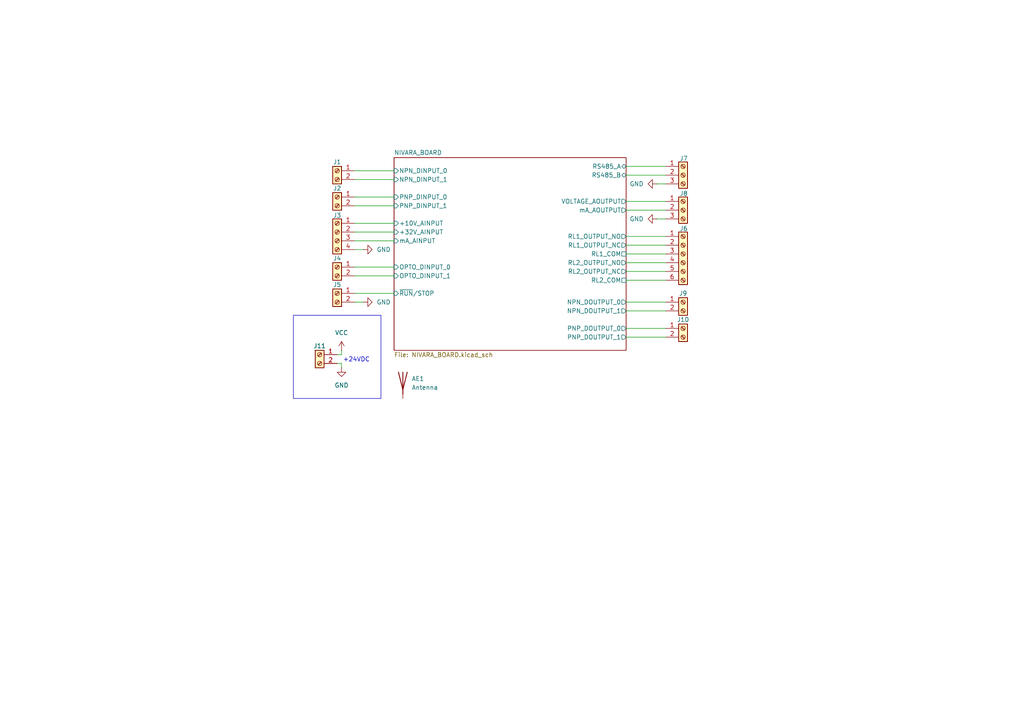
<source format=kicad_sch>
(kicad_sch
	(version 20250114)
	(generator "eeschema")
	(generator_version "9.0")
	(uuid "8290cc18-06d0-4e02-a781-29a61ebc321a")
	(paper "A4")
	(lib_symbols
		(symbol "Connector:Screw_Terminal_01x02"
			(pin_names
				(offset 1.016)
				(hide yes)
			)
			(exclude_from_sim no)
			(in_bom yes)
			(on_board yes)
			(property "Reference" "J"
				(at 0 2.54 0)
				(effects
					(font
						(size 1.27 1.27)
					)
				)
			)
			(property "Value" "Screw_Terminal_01x02"
				(at 0 -5.08 0)
				(effects
					(font
						(size 1.27 1.27)
					)
				)
			)
			(property "Footprint" ""
				(at 0 0 0)
				(effects
					(font
						(size 1.27 1.27)
					)
					(hide yes)
				)
			)
			(property "Datasheet" "~"
				(at 0 0 0)
				(effects
					(font
						(size 1.27 1.27)
					)
					(hide yes)
				)
			)
			(property "Description" "Generic screw terminal, single row, 01x02, script generated (kicad-library-utils/schlib/autogen/connector/)"
				(at 0 0 0)
				(effects
					(font
						(size 1.27 1.27)
					)
					(hide yes)
				)
			)
			(property "ki_keywords" "screw terminal"
				(at 0 0 0)
				(effects
					(font
						(size 1.27 1.27)
					)
					(hide yes)
				)
			)
			(property "ki_fp_filters" "TerminalBlock*:*"
				(at 0 0 0)
				(effects
					(font
						(size 1.27 1.27)
					)
					(hide yes)
				)
			)
			(symbol "Screw_Terminal_01x02_1_1"
				(rectangle
					(start -1.27 1.27)
					(end 1.27 -3.81)
					(stroke
						(width 0.254)
						(type default)
					)
					(fill
						(type background)
					)
				)
				(polyline
					(pts
						(xy -0.5334 0.3302) (xy 0.3302 -0.508)
					)
					(stroke
						(width 0.1524)
						(type default)
					)
					(fill
						(type none)
					)
				)
				(polyline
					(pts
						(xy -0.5334 -2.2098) (xy 0.3302 -3.048)
					)
					(stroke
						(width 0.1524)
						(type default)
					)
					(fill
						(type none)
					)
				)
				(polyline
					(pts
						(xy -0.3556 0.508) (xy 0.508 -0.3302)
					)
					(stroke
						(width 0.1524)
						(type default)
					)
					(fill
						(type none)
					)
				)
				(polyline
					(pts
						(xy -0.3556 -2.032) (xy 0.508 -2.8702)
					)
					(stroke
						(width 0.1524)
						(type default)
					)
					(fill
						(type none)
					)
				)
				(circle
					(center 0 0)
					(radius 0.635)
					(stroke
						(width 0.1524)
						(type default)
					)
					(fill
						(type none)
					)
				)
				(circle
					(center 0 -2.54)
					(radius 0.635)
					(stroke
						(width 0.1524)
						(type default)
					)
					(fill
						(type none)
					)
				)
				(pin passive line
					(at -5.08 0 0)
					(length 3.81)
					(name "Pin_1"
						(effects
							(font
								(size 1.27 1.27)
							)
						)
					)
					(number "1"
						(effects
							(font
								(size 1.27 1.27)
							)
						)
					)
				)
				(pin passive line
					(at -5.08 -2.54 0)
					(length 3.81)
					(name "Pin_2"
						(effects
							(font
								(size 1.27 1.27)
							)
						)
					)
					(number "2"
						(effects
							(font
								(size 1.27 1.27)
							)
						)
					)
				)
			)
			(embedded_fonts no)
		)
		(symbol "Connector:Screw_Terminal_01x03"
			(pin_names
				(offset 1.016)
				(hide yes)
			)
			(exclude_from_sim no)
			(in_bom yes)
			(on_board yes)
			(property "Reference" "J"
				(at 0 5.08 0)
				(effects
					(font
						(size 1.27 1.27)
					)
				)
			)
			(property "Value" "Screw_Terminal_01x03"
				(at 0 -5.08 0)
				(effects
					(font
						(size 1.27 1.27)
					)
				)
			)
			(property "Footprint" ""
				(at 0 0 0)
				(effects
					(font
						(size 1.27 1.27)
					)
					(hide yes)
				)
			)
			(property "Datasheet" "~"
				(at 0 0 0)
				(effects
					(font
						(size 1.27 1.27)
					)
					(hide yes)
				)
			)
			(property "Description" "Generic screw terminal, single row, 01x03, script generated (kicad-library-utils/schlib/autogen/connector/)"
				(at 0 0 0)
				(effects
					(font
						(size 1.27 1.27)
					)
					(hide yes)
				)
			)
			(property "ki_keywords" "screw terminal"
				(at 0 0 0)
				(effects
					(font
						(size 1.27 1.27)
					)
					(hide yes)
				)
			)
			(property "ki_fp_filters" "TerminalBlock*:*"
				(at 0 0 0)
				(effects
					(font
						(size 1.27 1.27)
					)
					(hide yes)
				)
			)
			(symbol "Screw_Terminal_01x03_1_1"
				(rectangle
					(start -1.27 3.81)
					(end 1.27 -3.81)
					(stroke
						(width 0.254)
						(type default)
					)
					(fill
						(type background)
					)
				)
				(polyline
					(pts
						(xy -0.5334 2.8702) (xy 0.3302 2.032)
					)
					(stroke
						(width 0.1524)
						(type default)
					)
					(fill
						(type none)
					)
				)
				(polyline
					(pts
						(xy -0.5334 0.3302) (xy 0.3302 -0.508)
					)
					(stroke
						(width 0.1524)
						(type default)
					)
					(fill
						(type none)
					)
				)
				(polyline
					(pts
						(xy -0.5334 -2.2098) (xy 0.3302 -3.048)
					)
					(stroke
						(width 0.1524)
						(type default)
					)
					(fill
						(type none)
					)
				)
				(polyline
					(pts
						(xy -0.3556 3.048) (xy 0.508 2.2098)
					)
					(stroke
						(width 0.1524)
						(type default)
					)
					(fill
						(type none)
					)
				)
				(polyline
					(pts
						(xy -0.3556 0.508) (xy 0.508 -0.3302)
					)
					(stroke
						(width 0.1524)
						(type default)
					)
					(fill
						(type none)
					)
				)
				(polyline
					(pts
						(xy -0.3556 -2.032) (xy 0.508 -2.8702)
					)
					(stroke
						(width 0.1524)
						(type default)
					)
					(fill
						(type none)
					)
				)
				(circle
					(center 0 2.54)
					(radius 0.635)
					(stroke
						(width 0.1524)
						(type default)
					)
					(fill
						(type none)
					)
				)
				(circle
					(center 0 0)
					(radius 0.635)
					(stroke
						(width 0.1524)
						(type default)
					)
					(fill
						(type none)
					)
				)
				(circle
					(center 0 -2.54)
					(radius 0.635)
					(stroke
						(width 0.1524)
						(type default)
					)
					(fill
						(type none)
					)
				)
				(pin passive line
					(at -5.08 2.54 0)
					(length 3.81)
					(name "Pin_1"
						(effects
							(font
								(size 1.27 1.27)
							)
						)
					)
					(number "1"
						(effects
							(font
								(size 1.27 1.27)
							)
						)
					)
				)
				(pin passive line
					(at -5.08 0 0)
					(length 3.81)
					(name "Pin_2"
						(effects
							(font
								(size 1.27 1.27)
							)
						)
					)
					(number "2"
						(effects
							(font
								(size 1.27 1.27)
							)
						)
					)
				)
				(pin passive line
					(at -5.08 -2.54 0)
					(length 3.81)
					(name "Pin_3"
						(effects
							(font
								(size 1.27 1.27)
							)
						)
					)
					(number "3"
						(effects
							(font
								(size 1.27 1.27)
							)
						)
					)
				)
			)
			(embedded_fonts no)
		)
		(symbol "Connector:Screw_Terminal_01x04"
			(pin_names
				(offset 1.016)
				(hide yes)
			)
			(exclude_from_sim no)
			(in_bom yes)
			(on_board yes)
			(property "Reference" "J"
				(at 0 5.08 0)
				(effects
					(font
						(size 1.27 1.27)
					)
				)
			)
			(property "Value" "Screw_Terminal_01x04"
				(at 0 -7.62 0)
				(effects
					(font
						(size 1.27 1.27)
					)
				)
			)
			(property "Footprint" ""
				(at 0 0 0)
				(effects
					(font
						(size 1.27 1.27)
					)
					(hide yes)
				)
			)
			(property "Datasheet" "~"
				(at 0 0 0)
				(effects
					(font
						(size 1.27 1.27)
					)
					(hide yes)
				)
			)
			(property "Description" "Generic screw terminal, single row, 01x04, script generated (kicad-library-utils/schlib/autogen/connector/)"
				(at 0 0 0)
				(effects
					(font
						(size 1.27 1.27)
					)
					(hide yes)
				)
			)
			(property "ki_keywords" "screw terminal"
				(at 0 0 0)
				(effects
					(font
						(size 1.27 1.27)
					)
					(hide yes)
				)
			)
			(property "ki_fp_filters" "TerminalBlock*:*"
				(at 0 0 0)
				(effects
					(font
						(size 1.27 1.27)
					)
					(hide yes)
				)
			)
			(symbol "Screw_Terminal_01x04_1_1"
				(rectangle
					(start -1.27 3.81)
					(end 1.27 -6.35)
					(stroke
						(width 0.254)
						(type default)
					)
					(fill
						(type background)
					)
				)
				(polyline
					(pts
						(xy -0.5334 2.8702) (xy 0.3302 2.032)
					)
					(stroke
						(width 0.1524)
						(type default)
					)
					(fill
						(type none)
					)
				)
				(polyline
					(pts
						(xy -0.5334 0.3302) (xy 0.3302 -0.508)
					)
					(stroke
						(width 0.1524)
						(type default)
					)
					(fill
						(type none)
					)
				)
				(polyline
					(pts
						(xy -0.5334 -2.2098) (xy 0.3302 -3.048)
					)
					(stroke
						(width 0.1524)
						(type default)
					)
					(fill
						(type none)
					)
				)
				(polyline
					(pts
						(xy -0.5334 -4.7498) (xy 0.3302 -5.588)
					)
					(stroke
						(width 0.1524)
						(type default)
					)
					(fill
						(type none)
					)
				)
				(polyline
					(pts
						(xy -0.3556 3.048) (xy 0.508 2.2098)
					)
					(stroke
						(width 0.1524)
						(type default)
					)
					(fill
						(type none)
					)
				)
				(polyline
					(pts
						(xy -0.3556 0.508) (xy 0.508 -0.3302)
					)
					(stroke
						(width 0.1524)
						(type default)
					)
					(fill
						(type none)
					)
				)
				(polyline
					(pts
						(xy -0.3556 -2.032) (xy 0.508 -2.8702)
					)
					(stroke
						(width 0.1524)
						(type default)
					)
					(fill
						(type none)
					)
				)
				(polyline
					(pts
						(xy -0.3556 -4.572) (xy 0.508 -5.4102)
					)
					(stroke
						(width 0.1524)
						(type default)
					)
					(fill
						(type none)
					)
				)
				(circle
					(center 0 2.54)
					(radius 0.635)
					(stroke
						(width 0.1524)
						(type default)
					)
					(fill
						(type none)
					)
				)
				(circle
					(center 0 0)
					(radius 0.635)
					(stroke
						(width 0.1524)
						(type default)
					)
					(fill
						(type none)
					)
				)
				(circle
					(center 0 -2.54)
					(radius 0.635)
					(stroke
						(width 0.1524)
						(type default)
					)
					(fill
						(type none)
					)
				)
				(circle
					(center 0 -5.08)
					(radius 0.635)
					(stroke
						(width 0.1524)
						(type default)
					)
					(fill
						(type none)
					)
				)
				(pin passive line
					(at -5.08 2.54 0)
					(length 3.81)
					(name "Pin_1"
						(effects
							(font
								(size 1.27 1.27)
							)
						)
					)
					(number "1"
						(effects
							(font
								(size 1.27 1.27)
							)
						)
					)
				)
				(pin passive line
					(at -5.08 0 0)
					(length 3.81)
					(name "Pin_2"
						(effects
							(font
								(size 1.27 1.27)
							)
						)
					)
					(number "2"
						(effects
							(font
								(size 1.27 1.27)
							)
						)
					)
				)
				(pin passive line
					(at -5.08 -2.54 0)
					(length 3.81)
					(name "Pin_3"
						(effects
							(font
								(size 1.27 1.27)
							)
						)
					)
					(number "3"
						(effects
							(font
								(size 1.27 1.27)
							)
						)
					)
				)
				(pin passive line
					(at -5.08 -5.08 0)
					(length 3.81)
					(name "Pin_4"
						(effects
							(font
								(size 1.27 1.27)
							)
						)
					)
					(number "4"
						(effects
							(font
								(size 1.27 1.27)
							)
						)
					)
				)
			)
			(embedded_fonts no)
		)
		(symbol "Connector:Screw_Terminal_01x06"
			(pin_names
				(offset 1.016)
				(hide yes)
			)
			(exclude_from_sim no)
			(in_bom yes)
			(on_board yes)
			(property "Reference" "J"
				(at 0 7.62 0)
				(effects
					(font
						(size 1.27 1.27)
					)
				)
			)
			(property "Value" "Screw_Terminal_01x06"
				(at 0 -10.16 0)
				(effects
					(font
						(size 1.27 1.27)
					)
				)
			)
			(property "Footprint" ""
				(at 0 0 0)
				(effects
					(font
						(size 1.27 1.27)
					)
					(hide yes)
				)
			)
			(property "Datasheet" "~"
				(at 0 0 0)
				(effects
					(font
						(size 1.27 1.27)
					)
					(hide yes)
				)
			)
			(property "Description" "Generic screw terminal, single row, 01x06, script generated (kicad-library-utils/schlib/autogen/connector/)"
				(at 0 0 0)
				(effects
					(font
						(size 1.27 1.27)
					)
					(hide yes)
				)
			)
			(property "ki_keywords" "screw terminal"
				(at 0 0 0)
				(effects
					(font
						(size 1.27 1.27)
					)
					(hide yes)
				)
			)
			(property "ki_fp_filters" "TerminalBlock*:*"
				(at 0 0 0)
				(effects
					(font
						(size 1.27 1.27)
					)
					(hide yes)
				)
			)
			(symbol "Screw_Terminal_01x06_1_1"
				(rectangle
					(start -1.27 6.35)
					(end 1.27 -8.89)
					(stroke
						(width 0.254)
						(type default)
					)
					(fill
						(type background)
					)
				)
				(polyline
					(pts
						(xy -0.5334 5.4102) (xy 0.3302 4.572)
					)
					(stroke
						(width 0.1524)
						(type default)
					)
					(fill
						(type none)
					)
				)
				(polyline
					(pts
						(xy -0.5334 2.8702) (xy 0.3302 2.032)
					)
					(stroke
						(width 0.1524)
						(type default)
					)
					(fill
						(type none)
					)
				)
				(polyline
					(pts
						(xy -0.5334 0.3302) (xy 0.3302 -0.508)
					)
					(stroke
						(width 0.1524)
						(type default)
					)
					(fill
						(type none)
					)
				)
				(polyline
					(pts
						(xy -0.5334 -2.2098) (xy 0.3302 -3.048)
					)
					(stroke
						(width 0.1524)
						(type default)
					)
					(fill
						(type none)
					)
				)
				(polyline
					(pts
						(xy -0.5334 -4.7498) (xy 0.3302 -5.588)
					)
					(stroke
						(width 0.1524)
						(type default)
					)
					(fill
						(type none)
					)
				)
				(polyline
					(pts
						(xy -0.5334 -7.2898) (xy 0.3302 -8.128)
					)
					(stroke
						(width 0.1524)
						(type default)
					)
					(fill
						(type none)
					)
				)
				(polyline
					(pts
						(xy -0.3556 5.588) (xy 0.508 4.7498)
					)
					(stroke
						(width 0.1524)
						(type default)
					)
					(fill
						(type none)
					)
				)
				(polyline
					(pts
						(xy -0.3556 3.048) (xy 0.508 2.2098)
					)
					(stroke
						(width 0.1524)
						(type default)
					)
					(fill
						(type none)
					)
				)
				(polyline
					(pts
						(xy -0.3556 0.508) (xy 0.508 -0.3302)
					)
					(stroke
						(width 0.1524)
						(type default)
					)
					(fill
						(type none)
					)
				)
				(polyline
					(pts
						(xy -0.3556 -2.032) (xy 0.508 -2.8702)
					)
					(stroke
						(width 0.1524)
						(type default)
					)
					(fill
						(type none)
					)
				)
				(polyline
					(pts
						(xy -0.3556 -4.572) (xy 0.508 -5.4102)
					)
					(stroke
						(width 0.1524)
						(type default)
					)
					(fill
						(type none)
					)
				)
				(polyline
					(pts
						(xy -0.3556 -7.112) (xy 0.508 -7.9502)
					)
					(stroke
						(width 0.1524)
						(type default)
					)
					(fill
						(type none)
					)
				)
				(circle
					(center 0 5.08)
					(radius 0.635)
					(stroke
						(width 0.1524)
						(type default)
					)
					(fill
						(type none)
					)
				)
				(circle
					(center 0 2.54)
					(radius 0.635)
					(stroke
						(width 0.1524)
						(type default)
					)
					(fill
						(type none)
					)
				)
				(circle
					(center 0 0)
					(radius 0.635)
					(stroke
						(width 0.1524)
						(type default)
					)
					(fill
						(type none)
					)
				)
				(circle
					(center 0 -2.54)
					(radius 0.635)
					(stroke
						(width 0.1524)
						(type default)
					)
					(fill
						(type none)
					)
				)
				(circle
					(center 0 -5.08)
					(radius 0.635)
					(stroke
						(width 0.1524)
						(type default)
					)
					(fill
						(type none)
					)
				)
				(circle
					(center 0 -7.62)
					(radius 0.635)
					(stroke
						(width 0.1524)
						(type default)
					)
					(fill
						(type none)
					)
				)
				(pin passive line
					(at -5.08 5.08 0)
					(length 3.81)
					(name "Pin_1"
						(effects
							(font
								(size 1.27 1.27)
							)
						)
					)
					(number "1"
						(effects
							(font
								(size 1.27 1.27)
							)
						)
					)
				)
				(pin passive line
					(at -5.08 2.54 0)
					(length 3.81)
					(name "Pin_2"
						(effects
							(font
								(size 1.27 1.27)
							)
						)
					)
					(number "2"
						(effects
							(font
								(size 1.27 1.27)
							)
						)
					)
				)
				(pin passive line
					(at -5.08 0 0)
					(length 3.81)
					(name "Pin_3"
						(effects
							(font
								(size 1.27 1.27)
							)
						)
					)
					(number "3"
						(effects
							(font
								(size 1.27 1.27)
							)
						)
					)
				)
				(pin passive line
					(at -5.08 -2.54 0)
					(length 3.81)
					(name "Pin_4"
						(effects
							(font
								(size 1.27 1.27)
							)
						)
					)
					(number "4"
						(effects
							(font
								(size 1.27 1.27)
							)
						)
					)
				)
				(pin passive line
					(at -5.08 -5.08 0)
					(length 3.81)
					(name "Pin_5"
						(effects
							(font
								(size 1.27 1.27)
							)
						)
					)
					(number "5"
						(effects
							(font
								(size 1.27 1.27)
							)
						)
					)
				)
				(pin passive line
					(at -5.08 -7.62 0)
					(length 3.81)
					(name "Pin_6"
						(effects
							(font
								(size 1.27 1.27)
							)
						)
					)
					(number "6"
						(effects
							(font
								(size 1.27 1.27)
							)
						)
					)
				)
			)
			(embedded_fonts no)
		)
		(symbol "Device:Antenna"
			(pin_numbers
				(hide yes)
			)
			(pin_names
				(offset 1.016)
				(hide yes)
			)
			(exclude_from_sim no)
			(in_bom yes)
			(on_board yes)
			(property "Reference" "AE"
				(at -1.905 1.905 0)
				(effects
					(font
						(size 1.27 1.27)
					)
					(justify right)
				)
			)
			(property "Value" "Antenna"
				(at -1.905 0 0)
				(effects
					(font
						(size 1.27 1.27)
					)
					(justify right)
				)
			)
			(property "Footprint" ""
				(at 0 0 0)
				(effects
					(font
						(size 1.27 1.27)
					)
					(hide yes)
				)
			)
			(property "Datasheet" "~"
				(at 0 0 0)
				(effects
					(font
						(size 1.27 1.27)
					)
					(hide yes)
				)
			)
			(property "Description" "Antenna"
				(at 0 0 0)
				(effects
					(font
						(size 1.27 1.27)
					)
					(hide yes)
				)
			)
			(property "ki_keywords" "antenna"
				(at 0 0 0)
				(effects
					(font
						(size 1.27 1.27)
					)
					(hide yes)
				)
			)
			(symbol "Antenna_0_1"
				(polyline
					(pts
						(xy 0 2.54) (xy 0 -3.81)
					)
					(stroke
						(width 0.254)
						(type default)
					)
					(fill
						(type none)
					)
				)
				(polyline
					(pts
						(xy 1.27 2.54) (xy 0 -2.54) (xy -1.27 2.54)
					)
					(stroke
						(width 0.254)
						(type default)
					)
					(fill
						(type none)
					)
				)
			)
			(symbol "Antenna_1_1"
				(pin input line
					(at 0 -5.08 90)
					(length 2.54)
					(name "A"
						(effects
							(font
								(size 1.27 1.27)
							)
						)
					)
					(number "1"
						(effects
							(font
								(size 1.27 1.27)
							)
						)
					)
				)
			)
			(embedded_fonts no)
		)
		(symbol "power:GND"
			(power)
			(pin_numbers
				(hide yes)
			)
			(pin_names
				(offset 0)
				(hide yes)
			)
			(exclude_from_sim no)
			(in_bom yes)
			(on_board yes)
			(property "Reference" "#PWR"
				(at 0 -6.35 0)
				(effects
					(font
						(size 1.27 1.27)
					)
					(hide yes)
				)
			)
			(property "Value" "GND"
				(at 0 -3.81 0)
				(effects
					(font
						(size 1.27 1.27)
					)
				)
			)
			(property "Footprint" ""
				(at 0 0 0)
				(effects
					(font
						(size 1.27 1.27)
					)
					(hide yes)
				)
			)
			(property "Datasheet" ""
				(at 0 0 0)
				(effects
					(font
						(size 1.27 1.27)
					)
					(hide yes)
				)
			)
			(property "Description" "Power symbol creates a global label with name \"GND\" , ground"
				(at 0 0 0)
				(effects
					(font
						(size 1.27 1.27)
					)
					(hide yes)
				)
			)
			(property "ki_keywords" "global power"
				(at 0 0 0)
				(effects
					(font
						(size 1.27 1.27)
					)
					(hide yes)
				)
			)
			(symbol "GND_0_1"
				(polyline
					(pts
						(xy 0 0) (xy 0 -1.27) (xy 1.27 -1.27) (xy 0 -2.54) (xy -1.27 -1.27) (xy 0 -1.27)
					)
					(stroke
						(width 0)
						(type default)
					)
					(fill
						(type none)
					)
				)
			)
			(symbol "GND_1_1"
				(pin power_in line
					(at 0 0 270)
					(length 0)
					(name "~"
						(effects
							(font
								(size 1.27 1.27)
							)
						)
					)
					(number "1"
						(effects
							(font
								(size 1.27 1.27)
							)
						)
					)
				)
			)
			(embedded_fonts no)
		)
		(symbol "power:VCC"
			(power)
			(pin_numbers
				(hide yes)
			)
			(pin_names
				(offset 0)
				(hide yes)
			)
			(exclude_from_sim no)
			(in_bom yes)
			(on_board yes)
			(property "Reference" "#PWR"
				(at 0 -3.81 0)
				(effects
					(font
						(size 1.27 1.27)
					)
					(hide yes)
				)
			)
			(property "Value" "VCC"
				(at 0 3.556 0)
				(effects
					(font
						(size 1.27 1.27)
					)
				)
			)
			(property "Footprint" ""
				(at 0 0 0)
				(effects
					(font
						(size 1.27 1.27)
					)
					(hide yes)
				)
			)
			(property "Datasheet" ""
				(at 0 0 0)
				(effects
					(font
						(size 1.27 1.27)
					)
					(hide yes)
				)
			)
			(property "Description" "Power symbol creates a global label with name \"VCC\""
				(at 0 0 0)
				(effects
					(font
						(size 1.27 1.27)
					)
					(hide yes)
				)
			)
			(property "ki_keywords" "global power"
				(at 0 0 0)
				(effects
					(font
						(size 1.27 1.27)
					)
					(hide yes)
				)
			)
			(symbol "VCC_0_1"
				(polyline
					(pts
						(xy -0.762 1.27) (xy 0 2.54)
					)
					(stroke
						(width 0)
						(type default)
					)
					(fill
						(type none)
					)
				)
				(polyline
					(pts
						(xy 0 2.54) (xy 0.762 1.27)
					)
					(stroke
						(width 0)
						(type default)
					)
					(fill
						(type none)
					)
				)
				(polyline
					(pts
						(xy 0 0) (xy 0 2.54)
					)
					(stroke
						(width 0)
						(type default)
					)
					(fill
						(type none)
					)
				)
			)
			(symbol "VCC_1_1"
				(pin power_in line
					(at 0 0 90)
					(length 0)
					(name "~"
						(effects
							(font
								(size 1.27 1.27)
							)
						)
					)
					(number "1"
						(effects
							(font
								(size 1.27 1.27)
							)
						)
					)
				)
			)
			(embedded_fonts no)
		)
	)
	(rectangle
		(start 85.09 91.44)
		(end 110.49 115.57)
		(stroke
			(width 0)
			(type default)
		)
		(fill
			(type none)
		)
		(uuid 2b05df25-7853-4f46-8c61-e95124a9b54b)
	)
	(text "+24VDC\n"
		(exclude_from_sim no)
		(at 103.378 104.394 0)
		(effects
			(font
				(size 1.27 1.27)
			)
		)
		(uuid "5ebdd9fd-fc22-42c0-92ad-a52acfde492d")
	)
	(wire
		(pts
			(xy 102.87 57.15) (xy 114.3 57.15)
		)
		(stroke
			(width 0)
			(type default)
		)
		(uuid "0b44acbb-1a47-4aed-891b-0edd563ca9c9")
	)
	(wire
		(pts
			(xy 181.61 68.58) (xy 193.04 68.58)
		)
		(stroke
			(width 0)
			(type default)
		)
		(uuid "295f0da3-06cc-479d-b848-0da8b6db71b9")
	)
	(wire
		(pts
			(xy 181.61 95.25) (xy 193.04 95.25)
		)
		(stroke
			(width 0)
			(type default)
		)
		(uuid "30a607a1-92fd-4a29-969a-16e621b414d6")
	)
	(wire
		(pts
			(xy 102.87 67.31) (xy 114.3 67.31)
		)
		(stroke
			(width 0)
			(type default)
		)
		(uuid "3ad9b961-6d07-4650-a2e1-1462b5199d27")
	)
	(wire
		(pts
			(xy 181.61 76.2) (xy 193.04 76.2)
		)
		(stroke
			(width 0)
			(type default)
		)
		(uuid "47188c51-19da-42c7-b6f7-f7df4cd16f1b")
	)
	(wire
		(pts
			(xy 102.87 52.07) (xy 114.3 52.07)
		)
		(stroke
			(width 0)
			(type default)
		)
		(uuid "63967b44-d0e6-4985-84ff-7c6f89b42429")
	)
	(wire
		(pts
			(xy 181.61 60.96) (xy 193.04 60.96)
		)
		(stroke
			(width 0)
			(type default)
		)
		(uuid "68c9f81d-c3ab-4dd7-90ea-47b7c15b8669")
	)
	(wire
		(pts
			(xy 181.61 48.26) (xy 193.04 48.26)
		)
		(stroke
			(width 0)
			(type default)
		)
		(uuid "748303d1-8168-4d22-8e94-637e8ef85735")
	)
	(wire
		(pts
			(xy 181.61 81.28) (xy 193.04 81.28)
		)
		(stroke
			(width 0)
			(type default)
		)
		(uuid "7944358a-f625-48f3-bd09-ea3de6d6da2a")
	)
	(wire
		(pts
			(xy 181.61 87.63) (xy 193.04 87.63)
		)
		(stroke
			(width 0)
			(type default)
		)
		(uuid "7d83118c-e336-4946-af1c-59845d347e7f")
	)
	(wire
		(pts
			(xy 181.61 90.17) (xy 193.04 90.17)
		)
		(stroke
			(width 0)
			(type default)
		)
		(uuid "7f763e44-5676-471e-9121-a6a79fcd1527")
	)
	(wire
		(pts
			(xy 102.87 80.01) (xy 114.3 80.01)
		)
		(stroke
			(width 0)
			(type default)
		)
		(uuid "817a1ad0-4508-4589-a408-de73394a67e3")
	)
	(wire
		(pts
			(xy 102.87 64.77) (xy 114.3 64.77)
		)
		(stroke
			(width 0)
			(type default)
		)
		(uuid "867b1b4f-70e0-45be-8214-081b011da3ae")
	)
	(wire
		(pts
			(xy 190.5 53.34) (xy 193.04 53.34)
		)
		(stroke
			(width 0)
			(type default)
		)
		(uuid "8b14870a-49a5-4569-b018-ff054bf80c66")
	)
	(wire
		(pts
			(xy 102.87 69.85) (xy 114.3 69.85)
		)
		(stroke
			(width 0)
			(type default)
		)
		(uuid "914a522a-5601-4d28-9250-b07df7a5ba1b")
	)
	(wire
		(pts
			(xy 181.61 71.12) (xy 193.04 71.12)
		)
		(stroke
			(width 0)
			(type default)
		)
		(uuid "9ab9f7c9-9231-42e3-aba0-9ab6c8c9fb04")
	)
	(wire
		(pts
			(xy 99.06 102.87) (xy 99.06 101.6)
		)
		(stroke
			(width 0)
			(type default)
		)
		(uuid "9e6e3a47-64f1-45d8-9563-79890ec494af")
	)
	(wire
		(pts
			(xy 102.87 59.69) (xy 114.3 59.69)
		)
		(stroke
			(width 0)
			(type default)
		)
		(uuid "a8d5bd15-2f05-488e-a8a6-cb1826c3fd99")
	)
	(wire
		(pts
			(xy 102.87 87.63) (xy 105.41 87.63)
		)
		(stroke
			(width 0)
			(type default)
		)
		(uuid "ac6626c6-b388-4b59-8744-0f078568f3eb")
	)
	(wire
		(pts
			(xy 97.79 102.87) (xy 99.06 102.87)
		)
		(stroke
			(width 0)
			(type default)
		)
		(uuid "af3e0336-8565-4793-aea7-3e95a52aa0b5")
	)
	(wire
		(pts
			(xy 181.61 58.42) (xy 193.04 58.42)
		)
		(stroke
			(width 0)
			(type default)
		)
		(uuid "b0d2d129-2864-485a-8f34-c77b07934a0f")
	)
	(wire
		(pts
			(xy 181.61 50.8) (xy 193.04 50.8)
		)
		(stroke
			(width 0)
			(type default)
		)
		(uuid "d3104bdc-6eac-4776-8d03-c5dd3e7f47d6")
	)
	(wire
		(pts
			(xy 181.61 73.66) (xy 193.04 73.66)
		)
		(stroke
			(width 0)
			(type default)
		)
		(uuid "dab8a0d6-4987-4aa5-bbea-e4bba3dfd1ac")
	)
	(wire
		(pts
			(xy 102.87 77.47) (xy 114.3 77.47)
		)
		(stroke
			(width 0)
			(type default)
		)
		(uuid "e09d4447-189c-4908-b0c5-f53f97bc4b3d")
	)
	(wire
		(pts
			(xy 190.5 63.5) (xy 193.04 63.5)
		)
		(stroke
			(width 0)
			(type default)
		)
		(uuid "e2eebae6-d333-40e6-88f8-2ae6c5492b30")
	)
	(wire
		(pts
			(xy 181.61 78.74) (xy 193.04 78.74)
		)
		(stroke
			(width 0)
			(type default)
		)
		(uuid "e3b24c87-4175-4191-8746-68ec0edbec4a")
	)
	(wire
		(pts
			(xy 97.79 105.41) (xy 99.06 105.41)
		)
		(stroke
			(width 0)
			(type default)
		)
		(uuid "e4838255-4d05-49f1-a59b-5358019ec3ea")
	)
	(wire
		(pts
			(xy 102.87 85.09) (xy 114.3 85.09)
		)
		(stroke
			(width 0)
			(type default)
		)
		(uuid "e7c454e1-6cb5-4920-a00d-466c69723cfe")
	)
	(wire
		(pts
			(xy 102.87 72.39) (xy 105.41 72.39)
		)
		(stroke
			(width 0)
			(type default)
		)
		(uuid "ec0e7fb0-aa8f-4a0d-ab8e-bee509cbb9e7")
	)
	(wire
		(pts
			(xy 99.06 105.41) (xy 99.06 106.68)
		)
		(stroke
			(width 0)
			(type default)
		)
		(uuid "f38181ec-ed3a-4dca-b128-5d4cae0e9e8c")
	)
	(wire
		(pts
			(xy 181.61 97.79) (xy 193.04 97.79)
		)
		(stroke
			(width 0)
			(type default)
		)
		(uuid "f3eb829c-9bc3-4fb2-b4b1-1ac9d66880da")
	)
	(wire
		(pts
			(xy 102.87 49.53) (xy 114.3 49.53)
		)
		(stroke
			(width 0)
			(type default)
		)
		(uuid "fb6c3526-2b47-494b-aa34-ddc2d69f4855")
	)
	(symbol
		(lib_id "power:VCC")
		(at 99.06 101.6 0)
		(unit 1)
		(exclude_from_sim no)
		(in_bom yes)
		(on_board yes)
		(dnp no)
		(fields_autoplaced yes)
		(uuid "1e53e5bd-56a3-4d24-97fb-11a08909ca79")
		(property "Reference" "#PWR7"
			(at 99.06 105.41 0)
			(effects
				(font
					(size 1.27 1.27)
				)
				(hide yes)
			)
		)
		(property "Value" "VCC"
			(at 99.06 96.52 0)
			(effects
				(font
					(size 1.27 1.27)
				)
			)
		)
		(property "Footprint" ""
			(at 99.06 101.6 0)
			(effects
				(font
					(size 1.27 1.27)
				)
				(hide yes)
			)
		)
		(property "Datasheet" ""
			(at 99.06 101.6 0)
			(effects
				(font
					(size 1.27 1.27)
				)
				(hide yes)
			)
		)
		(property "Description" "Power symbol creates a global label with name \"VCC\""
			(at 99.06 101.6 0)
			(effects
				(font
					(size 1.27 1.27)
				)
				(hide yes)
			)
		)
		(pin "1"
			(uuid "e4492db2-ae95-46b0-9932-e9d8917c94cb")
		)
		(instances
			(project ""
				(path "/8290cc18-06d0-4e02-a781-29a61ebc321a"
					(reference "#PWR7")
					(unit 1)
				)
			)
		)
	)
	(symbol
		(lib_id "Connector:Screw_Terminal_01x02")
		(at 97.79 49.53 0)
		(mirror y)
		(unit 1)
		(exclude_from_sim no)
		(in_bom yes)
		(on_board yes)
		(dnp no)
		(uuid "23cb04ea-b6d7-4be3-99d4-656445034b53")
		(property "Reference" "J1"
			(at 97.79 46.99 0)
			(effects
				(font
					(size 1.27 1.27)
				)
			)
		)
		(property "Value" "Screw_Terminal_01x02"
			(at 97.79 45.72 0)
			(effects
				(font
					(size 1.27 1.27)
				)
				(hide yes)
			)
		)
		(property "Footprint" ""
			(at 97.79 49.53 0)
			(effects
				(font
					(size 1.27 1.27)
				)
				(hide yes)
			)
		)
		(property "Datasheet" "~"
			(at 97.79 49.53 0)
			(effects
				(font
					(size 1.27 1.27)
				)
				(hide yes)
			)
		)
		(property "Description" "Generic screw terminal, single row, 01x02, script generated (kicad-library-utils/schlib/autogen/connector/)"
			(at 97.79 49.53 0)
			(effects
				(font
					(size 1.27 1.27)
				)
				(hide yes)
			)
		)
		(pin "2"
			(uuid "113ee9fa-d7b2-4e53-979d-8bbd350a5a6d")
		)
		(pin "1"
			(uuid "251deede-d7fb-4a26-8f7b-f8f3876f3c20")
		)
		(instances
			(project ""
				(path "/8290cc18-06d0-4e02-a781-29a61ebc321a"
					(reference "J1")
					(unit 1)
				)
			)
		)
	)
	(symbol
		(lib_id "power:GND")
		(at 190.5 63.5 270)
		(unit 1)
		(exclude_from_sim no)
		(in_bom yes)
		(on_board yes)
		(dnp no)
		(fields_autoplaced yes)
		(uuid "2456bf3a-0e0b-4bcd-b197-696d38d5f7d6")
		(property "Reference" "#PWR5"
			(at 184.15 63.5 0)
			(effects
				(font
					(size 1.27 1.27)
				)
				(hide yes)
			)
		)
		(property "Value" "GND"
			(at 186.69 63.4999 90)
			(effects
				(font
					(size 1.27 1.27)
				)
				(justify right)
			)
		)
		(property "Footprint" ""
			(at 190.5 63.5 0)
			(effects
				(font
					(size 1.27 1.27)
				)
				(hide yes)
			)
		)
		(property "Datasheet" ""
			(at 190.5 63.5 0)
			(effects
				(font
					(size 1.27 1.27)
				)
				(hide yes)
			)
		)
		(property "Description" "Power symbol creates a global label with name \"GND\" , ground"
			(at 190.5 63.5 0)
			(effects
				(font
					(size 1.27 1.27)
				)
				(hide yes)
			)
		)
		(pin "1"
			(uuid "c31accbf-8a00-4fd2-a8ae-899e4e6d4770")
		)
		(instances
			(project "NIVARA"
				(path "/8290cc18-06d0-4e02-a781-29a61ebc321a"
					(reference "#PWR5")
					(unit 1)
				)
			)
		)
	)
	(symbol
		(lib_id "Connector:Screw_Terminal_01x06")
		(at 198.12 73.66 0)
		(unit 1)
		(exclude_from_sim no)
		(in_bom yes)
		(on_board yes)
		(dnp no)
		(uuid "52b6dd90-d391-43df-a165-f2203c7f7801")
		(property "Reference" "J6"
			(at 197.104 66.294 0)
			(effects
				(font
					(size 1.27 1.27)
				)
				(justify left)
			)
		)
		(property "Value" "Screw_Terminal_01x06"
			(at 200.66 76.1999 0)
			(effects
				(font
					(size 1.27 1.27)
				)
				(justify left)
				(hide yes)
			)
		)
		(property "Footprint" ""
			(at 198.12 73.66 0)
			(effects
				(font
					(size 1.27 1.27)
				)
				(hide yes)
			)
		)
		(property "Datasheet" "~"
			(at 198.12 73.66 0)
			(effects
				(font
					(size 1.27 1.27)
				)
				(hide yes)
			)
		)
		(property "Description" "Generic screw terminal, single row, 01x06, script generated (kicad-library-utils/schlib/autogen/connector/)"
			(at 198.12 73.66 0)
			(effects
				(font
					(size 1.27 1.27)
				)
				(hide yes)
			)
		)
		(pin "5"
			(uuid "1610c29f-c5ef-446e-85af-e0a0110a3881")
		)
		(pin "6"
			(uuid "f9491002-2900-4319-8b17-125a5c769f98")
		)
		(pin "1"
			(uuid "1055ab09-5992-4b65-8079-5b757e02639e")
		)
		(pin "2"
			(uuid "30997bb1-9735-4a58-92e4-5e62928263e3")
		)
		(pin "3"
			(uuid "bdf546da-f5b4-4352-8375-23c39e1d3af4")
		)
		(pin "4"
			(uuid "44ef8b34-0711-481f-b6c7-2732a3aa797b")
		)
		(instances
			(project ""
				(path "/8290cc18-06d0-4e02-a781-29a61ebc321a"
					(reference "J6")
					(unit 1)
				)
			)
		)
	)
	(symbol
		(lib_id "Connector:Screw_Terminal_01x02")
		(at 97.79 85.09 0)
		(mirror y)
		(unit 1)
		(exclude_from_sim no)
		(in_bom yes)
		(on_board yes)
		(dnp no)
		(uuid "574ebf57-d562-4a3b-af00-ed4227ad6dfc")
		(property "Reference" "J5"
			(at 97.79 82.55 0)
			(effects
				(font
					(size 1.27 1.27)
				)
			)
		)
		(property "Value" "Screw_Terminal_01x02"
			(at 97.79 81.28 0)
			(effects
				(font
					(size 1.27 1.27)
				)
				(hide yes)
			)
		)
		(property "Footprint" ""
			(at 97.79 85.09 0)
			(effects
				(font
					(size 1.27 1.27)
				)
				(hide yes)
			)
		)
		(property "Datasheet" "~"
			(at 97.79 85.09 0)
			(effects
				(font
					(size 1.27 1.27)
				)
				(hide yes)
			)
		)
		(property "Description" "Generic screw terminal, single row, 01x02, script generated (kicad-library-utils/schlib/autogen/connector/)"
			(at 97.79 85.09 0)
			(effects
				(font
					(size 1.27 1.27)
				)
				(hide yes)
			)
		)
		(pin "2"
			(uuid "1e4b2b9f-4a85-450e-9778-3bc3bc4cce59")
		)
		(pin "1"
			(uuid "bb4db1d6-7125-4dc1-9f05-210efcd73553")
		)
		(instances
			(project "NIVARA"
				(path "/8290cc18-06d0-4e02-a781-29a61ebc321a"
					(reference "J5")
					(unit 1)
				)
			)
		)
	)
	(symbol
		(lib_id "Connector:Screw_Terminal_01x02")
		(at 97.79 57.15 0)
		(mirror y)
		(unit 1)
		(exclude_from_sim no)
		(in_bom yes)
		(on_board yes)
		(dnp no)
		(uuid "633bfdb2-b362-4639-9b7f-d8a3e5810443")
		(property "Reference" "J2"
			(at 97.79 54.61 0)
			(effects
				(font
					(size 1.27 1.27)
				)
			)
		)
		(property "Value" "Screw_Terminal_01x02"
			(at 97.79 53.34 0)
			(effects
				(font
					(size 1.27 1.27)
				)
				(hide yes)
			)
		)
		(property "Footprint" ""
			(at 97.79 57.15 0)
			(effects
				(font
					(size 1.27 1.27)
				)
				(hide yes)
			)
		)
		(property "Datasheet" "~"
			(at 97.79 57.15 0)
			(effects
				(font
					(size 1.27 1.27)
				)
				(hide yes)
			)
		)
		(property "Description" "Generic screw terminal, single row, 01x02, script generated (kicad-library-utils/schlib/autogen/connector/)"
			(at 97.79 57.15 0)
			(effects
				(font
					(size 1.27 1.27)
				)
				(hide yes)
			)
		)
		(pin "2"
			(uuid "0bd5e5d5-a9ec-486e-aee6-46eeebd0b23f")
		)
		(pin "1"
			(uuid "7f330441-e303-4a02-a67b-7f2b3f5cc7d3")
		)
		(instances
			(project "NIVARA"
				(path "/8290cc18-06d0-4e02-a781-29a61ebc321a"
					(reference "J2")
					(unit 1)
				)
			)
		)
	)
	(symbol
		(lib_id "power:GND")
		(at 105.41 87.63 90)
		(unit 1)
		(exclude_from_sim no)
		(in_bom yes)
		(on_board yes)
		(dnp no)
		(fields_autoplaced yes)
		(uuid "972653f8-a29d-42fd-8daa-0161d6fa6dd7")
		(property "Reference" "#PWR3"
			(at 111.76 87.63 0)
			(effects
				(font
					(size 1.27 1.27)
				)
				(hide yes)
			)
		)
		(property "Value" "GND"
			(at 109.22 87.6299 90)
			(effects
				(font
					(size 1.27 1.27)
				)
				(justify right)
			)
		)
		(property "Footprint" ""
			(at 105.41 87.63 0)
			(effects
				(font
					(size 1.27 1.27)
				)
				(hide yes)
			)
		)
		(property "Datasheet" ""
			(at 105.41 87.63 0)
			(effects
				(font
					(size 1.27 1.27)
				)
				(hide yes)
			)
		)
		(property "Description" "Power symbol creates a global label with name \"GND\" , ground"
			(at 105.41 87.63 0)
			(effects
				(font
					(size 1.27 1.27)
				)
				(hide yes)
			)
		)
		(pin "1"
			(uuid "0255c137-c8d9-4ebd-8eac-fb45b49263be")
		)
		(instances
			(project "NIVARA"
				(path "/8290cc18-06d0-4e02-a781-29a61ebc321a"
					(reference "#PWR3")
					(unit 1)
				)
			)
		)
	)
	(symbol
		(lib_id "Connector:Screw_Terminal_01x03")
		(at 198.12 60.96 0)
		(unit 1)
		(exclude_from_sim no)
		(in_bom yes)
		(on_board yes)
		(dnp no)
		(uuid "9d23f9e3-2580-420a-9f60-0f82f3de7499")
		(property "Reference" "J8"
			(at 197.104 56.134 0)
			(effects
				(font
					(size 1.27 1.27)
				)
				(justify left)
			)
		)
		(property "Value" "Screw_Terminal_01x03"
			(at 200.66 62.2299 0)
			(effects
				(font
					(size 1.27 1.27)
				)
				(justify left)
				(hide yes)
			)
		)
		(property "Footprint" ""
			(at 198.12 60.96 0)
			(effects
				(font
					(size 1.27 1.27)
				)
				(hide yes)
			)
		)
		(property "Datasheet" "~"
			(at 198.12 60.96 0)
			(effects
				(font
					(size 1.27 1.27)
				)
				(hide yes)
			)
		)
		(property "Description" "Generic screw terminal, single row, 01x03, script generated (kicad-library-utils/schlib/autogen/connector/)"
			(at 198.12 60.96 0)
			(effects
				(font
					(size 1.27 1.27)
				)
				(hide yes)
			)
		)
		(pin "2"
			(uuid "ed2f7691-49e1-4f31-b9c3-73cd163e554d")
		)
		(pin "1"
			(uuid "4762678e-d39c-42cd-a999-6a406302222c")
		)
		(pin "3"
			(uuid "51b2fc82-818c-40cc-8af1-d1581994775f")
		)
		(instances
			(project ""
				(path "/8290cc18-06d0-4e02-a781-29a61ebc321a"
					(reference "J8")
					(unit 1)
				)
			)
		)
	)
	(symbol
		(lib_id "Connector:Screw_Terminal_01x04")
		(at 97.79 67.31 0)
		(mirror y)
		(unit 1)
		(exclude_from_sim no)
		(in_bom yes)
		(on_board yes)
		(dnp no)
		(uuid "a1c24f85-a8ba-4552-9324-32bd4a843b50")
		(property "Reference" "J3"
			(at 97.79 62.484 0)
			(effects
				(font
					(size 1.27 1.27)
				)
			)
		)
		(property "Value" "Screw_Terminal_01x04"
			(at 97.79 60.96 0)
			(effects
				(font
					(size 1.27 1.27)
				)
				(hide yes)
			)
		)
		(property "Footprint" ""
			(at 97.79 67.31 0)
			(effects
				(font
					(size 1.27 1.27)
				)
				(hide yes)
			)
		)
		(property "Datasheet" "~"
			(at 97.79 67.31 0)
			(effects
				(font
					(size 1.27 1.27)
				)
				(hide yes)
			)
		)
		(property "Description" "Generic screw terminal, single row, 01x04, script generated (kicad-library-utils/schlib/autogen/connector/)"
			(at 97.79 67.31 0)
			(effects
				(font
					(size 1.27 1.27)
				)
				(hide yes)
			)
		)
		(pin "4"
			(uuid "9625e74e-0fe1-4fc3-b634-e192a95bb4a2")
		)
		(pin "2"
			(uuid "f4f4d2e6-ec73-45dd-a4c9-5001bf03920a")
		)
		(pin "1"
			(uuid "699c03c3-41a2-43a4-8d0d-825e4769e048")
		)
		(pin "3"
			(uuid "d4393adc-d3f2-405f-a63c-913ce3cde4e7")
		)
		(instances
			(project ""
				(path "/8290cc18-06d0-4e02-a781-29a61ebc321a"
					(reference "J3")
					(unit 1)
				)
			)
		)
	)
	(symbol
		(lib_id "power:GND")
		(at 99.06 106.68 0)
		(unit 1)
		(exclude_from_sim no)
		(in_bom yes)
		(on_board yes)
		(dnp no)
		(fields_autoplaced yes)
		(uuid "be999b06-0237-4b1a-827b-171738b6de21")
		(property "Reference" "#PWR6"
			(at 99.06 113.03 0)
			(effects
				(font
					(size 1.27 1.27)
				)
				(hide yes)
			)
		)
		(property "Value" "GND"
			(at 99.06 111.76 0)
			(effects
				(font
					(size 1.27 1.27)
				)
			)
		)
		(property "Footprint" ""
			(at 99.06 106.68 0)
			(effects
				(font
					(size 1.27 1.27)
				)
				(hide yes)
			)
		)
		(property "Datasheet" ""
			(at 99.06 106.68 0)
			(effects
				(font
					(size 1.27 1.27)
				)
				(hide yes)
			)
		)
		(property "Description" "Power symbol creates a global label with name \"GND\" , ground"
			(at 99.06 106.68 0)
			(effects
				(font
					(size 1.27 1.27)
				)
				(hide yes)
			)
		)
		(pin "1"
			(uuid "1444e1c4-e78b-4eac-b4d5-2467a22ae772")
		)
		(instances
			(project ""
				(path "/8290cc18-06d0-4e02-a781-29a61ebc321a"
					(reference "#PWR6")
					(unit 1)
				)
			)
		)
	)
	(symbol
		(lib_id "Connector:Screw_Terminal_01x02")
		(at 198.12 87.63 0)
		(unit 1)
		(exclude_from_sim no)
		(in_bom yes)
		(on_board yes)
		(dnp no)
		(uuid "c9b3549b-d3dd-4098-bc94-f0fb0a0b2469")
		(property "Reference" "J9"
			(at 198.12 85.09 0)
			(effects
				(font
					(size 1.27 1.27)
				)
			)
		)
		(property "Value" "Screw_Terminal_01x02"
			(at 198.12 83.82 0)
			(effects
				(font
					(size 1.27 1.27)
				)
				(hide yes)
			)
		)
		(property "Footprint" ""
			(at 198.12 87.63 0)
			(effects
				(font
					(size 1.27 1.27)
				)
				(hide yes)
			)
		)
		(property "Datasheet" "~"
			(at 198.12 87.63 0)
			(effects
				(font
					(size 1.27 1.27)
				)
				(hide yes)
			)
		)
		(property "Description" "Generic screw terminal, single row, 01x02, script generated (kicad-library-utils/schlib/autogen/connector/)"
			(at 198.12 87.63 0)
			(effects
				(font
					(size 1.27 1.27)
				)
				(hide yes)
			)
		)
		(pin "2"
			(uuid "52ab7a7b-fb36-474f-be1b-d4b378de91bd")
		)
		(pin "1"
			(uuid "82b6980a-2930-46cb-971b-6986c2a6cc5b")
		)
		(instances
			(project "NIVARA"
				(path "/8290cc18-06d0-4e02-a781-29a61ebc321a"
					(reference "J9")
					(unit 1)
				)
			)
		)
	)
	(symbol
		(lib_id "Connector:Screw_Terminal_01x02")
		(at 198.12 95.25 0)
		(unit 1)
		(exclude_from_sim no)
		(in_bom yes)
		(on_board yes)
		(dnp no)
		(uuid "cc815ee8-5d6c-4465-9593-c9a8064a8dda")
		(property "Reference" "J10"
			(at 198.12 92.71 0)
			(effects
				(font
					(size 1.27 1.27)
				)
			)
		)
		(property "Value" "Screw_Terminal_01x02"
			(at 198.12 91.44 0)
			(effects
				(font
					(size 1.27 1.27)
				)
				(hide yes)
			)
		)
		(property "Footprint" ""
			(at 198.12 95.25 0)
			(effects
				(font
					(size 1.27 1.27)
				)
				(hide yes)
			)
		)
		(property "Datasheet" "~"
			(at 198.12 95.25 0)
			(effects
				(font
					(size 1.27 1.27)
				)
				(hide yes)
			)
		)
		(property "Description" "Generic screw terminal, single row, 01x02, script generated (kicad-library-utils/schlib/autogen/connector/)"
			(at 198.12 95.25 0)
			(effects
				(font
					(size 1.27 1.27)
				)
				(hide yes)
			)
		)
		(pin "2"
			(uuid "b9241e14-3bb1-4cff-af6f-77fc0debc27a")
		)
		(pin "1"
			(uuid "8317da39-43d2-40bb-a3d5-0783ade646a3")
		)
		(instances
			(project "NIVARA"
				(path "/8290cc18-06d0-4e02-a781-29a61ebc321a"
					(reference "J10")
					(unit 1)
				)
			)
		)
	)
	(symbol
		(lib_id "power:GND")
		(at 190.5 53.34 270)
		(unit 1)
		(exclude_from_sim no)
		(in_bom yes)
		(on_board yes)
		(dnp no)
		(fields_autoplaced yes)
		(uuid "cdda0e28-d54a-450e-9667-81f9256199ae")
		(property "Reference" "#PWR4"
			(at 184.15 53.34 0)
			(effects
				(font
					(size 1.27 1.27)
				)
				(hide yes)
			)
		)
		(property "Value" "GND"
			(at 186.69 53.3399 90)
			(effects
				(font
					(size 1.27 1.27)
				)
				(justify right)
			)
		)
		(property "Footprint" ""
			(at 190.5 53.34 0)
			(effects
				(font
					(size 1.27 1.27)
				)
				(hide yes)
			)
		)
		(property "Datasheet" ""
			(at 190.5 53.34 0)
			(effects
				(font
					(size 1.27 1.27)
				)
				(hide yes)
			)
		)
		(property "Description" "Power symbol creates a global label with name \"GND\" , ground"
			(at 190.5 53.34 0)
			(effects
				(font
					(size 1.27 1.27)
				)
				(hide yes)
			)
		)
		(pin "1"
			(uuid "0f668af4-cdaa-4c71-82cd-92360946d9d6")
		)
		(instances
			(project "NIVARA"
				(path "/8290cc18-06d0-4e02-a781-29a61ebc321a"
					(reference "#PWR4")
					(unit 1)
				)
			)
		)
	)
	(symbol
		(lib_id "Connector:Screw_Terminal_01x02")
		(at 97.79 77.47 0)
		(mirror y)
		(unit 1)
		(exclude_from_sim no)
		(in_bom yes)
		(on_board yes)
		(dnp no)
		(uuid "eca64d68-1956-4399-933d-9046dab50c68")
		(property "Reference" "J4"
			(at 97.79 74.93 0)
			(effects
				(font
					(size 1.27 1.27)
				)
			)
		)
		(property "Value" "Screw_Terminal_01x02"
			(at 97.79 73.66 0)
			(effects
				(font
					(size 1.27 1.27)
				)
				(hide yes)
			)
		)
		(property "Footprint" ""
			(at 97.79 77.47 0)
			(effects
				(font
					(size 1.27 1.27)
				)
				(hide yes)
			)
		)
		(property "Datasheet" "~"
			(at 97.79 77.47 0)
			(effects
				(font
					(size 1.27 1.27)
				)
				(hide yes)
			)
		)
		(property "Description" "Generic screw terminal, single row, 01x02, script generated (kicad-library-utils/schlib/autogen/connector/)"
			(at 97.79 77.47 0)
			(effects
				(font
					(size 1.27 1.27)
				)
				(hide yes)
			)
		)
		(pin "2"
			(uuid "c521a0a0-485e-4309-83d3-bd518e5e5fe4")
		)
		(pin "1"
			(uuid "824307ec-bc83-4f29-9ded-a0bcb3338691")
		)
		(instances
			(project "NIVARA"
				(path "/8290cc18-06d0-4e02-a781-29a61ebc321a"
					(reference "J4")
					(unit 1)
				)
			)
		)
	)
	(symbol
		(lib_id "power:GND")
		(at 105.41 72.39 90)
		(unit 1)
		(exclude_from_sim no)
		(in_bom yes)
		(on_board yes)
		(dnp no)
		(fields_autoplaced yes)
		(uuid "ecc413b2-781e-420f-b418-d27dba05abb0")
		(property "Reference" "#PWR2"
			(at 111.76 72.39 0)
			(effects
				(font
					(size 1.27 1.27)
				)
				(hide yes)
			)
		)
		(property "Value" "GND"
			(at 109.22 72.3899 90)
			(effects
				(font
					(size 1.27 1.27)
				)
				(justify right)
			)
		)
		(property "Footprint" ""
			(at 105.41 72.39 0)
			(effects
				(font
					(size 1.27 1.27)
				)
				(hide yes)
			)
		)
		(property "Datasheet" ""
			(at 105.41 72.39 0)
			(effects
				(font
					(size 1.27 1.27)
				)
				(hide yes)
			)
		)
		(property "Description" "Power symbol creates a global label with name \"GND\" , ground"
			(at 105.41 72.39 0)
			(effects
				(font
					(size 1.27 1.27)
				)
				(hide yes)
			)
		)
		(pin "1"
			(uuid "7ba90ef1-607f-45f4-b5e1-558209c8cf8f")
		)
		(instances
			(project ""
				(path "/8290cc18-06d0-4e02-a781-29a61ebc321a"
					(reference "#PWR2")
					(unit 1)
				)
			)
		)
	)
	(symbol
		(lib_id "Connector:Screw_Terminal_01x02")
		(at 92.71 102.87 0)
		(mirror y)
		(unit 1)
		(exclude_from_sim no)
		(in_bom yes)
		(on_board yes)
		(dnp no)
		(uuid "ecf2121b-977f-45dc-8a78-315922421d93")
		(property "Reference" "J11"
			(at 92.71 100.33 0)
			(effects
				(font
					(size 1.27 1.27)
				)
			)
		)
		(property "Value" "Screw_Terminal_01x02"
			(at 92.71 99.06 0)
			(effects
				(font
					(size 1.27 1.27)
				)
				(hide yes)
			)
		)
		(property "Footprint" ""
			(at 92.71 102.87 0)
			(effects
				(font
					(size 1.27 1.27)
				)
				(hide yes)
			)
		)
		(property "Datasheet" "~"
			(at 92.71 102.87 0)
			(effects
				(font
					(size 1.27 1.27)
				)
				(hide yes)
			)
		)
		(property "Description" "Generic screw terminal, single row, 01x02, script generated (kicad-library-utils/schlib/autogen/connector/)"
			(at 92.71 102.87 0)
			(effects
				(font
					(size 1.27 1.27)
				)
				(hide yes)
			)
		)
		(pin "2"
			(uuid "7a732b24-8e70-4de8-b7b3-326c28d4ba28")
		)
		(pin "1"
			(uuid "1033bd3c-c69c-4ca3-934f-790110abd112")
		)
		(instances
			(project "NIVARA"
				(path "/8290cc18-06d0-4e02-a781-29a61ebc321a"
					(reference "J11")
					(unit 1)
				)
			)
		)
	)
	(symbol
		(lib_id "Connector:Screw_Terminal_01x03")
		(at 198.12 50.8 0)
		(unit 1)
		(exclude_from_sim no)
		(in_bom yes)
		(on_board yes)
		(dnp no)
		(uuid "f0624df8-2d18-48fb-82d9-adccc8b42c1e")
		(property "Reference" "J7"
			(at 197.104 45.974 0)
			(effects
				(font
					(size 1.27 1.27)
				)
				(justify left)
			)
		)
		(property "Value" "Screw_Terminal_01x03"
			(at 200.66 52.0699 0)
			(effects
				(font
					(size 1.27 1.27)
				)
				(justify left)
				(hide yes)
			)
		)
		(property "Footprint" ""
			(at 198.12 50.8 0)
			(effects
				(font
					(size 1.27 1.27)
				)
				(hide yes)
			)
		)
		(property "Datasheet" "~"
			(at 198.12 50.8 0)
			(effects
				(font
					(size 1.27 1.27)
				)
				(hide yes)
			)
		)
		(property "Description" "Generic screw terminal, single row, 01x03, script generated (kicad-library-utils/schlib/autogen/connector/)"
			(at 198.12 50.8 0)
			(effects
				(font
					(size 1.27 1.27)
				)
				(hide yes)
			)
		)
		(pin "2"
			(uuid "12be09f7-2ce0-4f56-9076-0f886802330f")
		)
		(pin "1"
			(uuid "651766f0-ffdc-4dbf-8d58-1bd993f186f5")
		)
		(pin "3"
			(uuid "c2a88e7f-44fa-4630-a333-2945fed1ac69")
		)
		(instances
			(project "NIVARA"
				(path "/8290cc18-06d0-4e02-a781-29a61ebc321a"
					(reference "J7")
					(unit 1)
				)
			)
		)
	)
	(symbol
		(lib_id "Device:Antenna")
		(at 116.84 110.49 0)
		(unit 1)
		(exclude_from_sim no)
		(in_bom yes)
		(on_board yes)
		(dnp no)
		(fields_autoplaced yes)
		(uuid "f6fc7658-946a-4c9d-b0ef-67f92e39a5cf")
		(property "Reference" "AE1"
			(at 119.38 109.8549 0)
			(effects
				(font
					(size 1.27 1.27)
				)
				(justify left)
			)
		)
		(property "Value" "Antenna"
			(at 119.38 112.3949 0)
			(effects
				(font
					(size 1.27 1.27)
				)
				(justify left)
			)
		)
		(property "Footprint" ""
			(at 116.84 110.49 0)
			(effects
				(font
					(size 1.27 1.27)
				)
				(hide yes)
			)
		)
		(property "Datasheet" "~"
			(at 116.84 110.49 0)
			(effects
				(font
					(size 1.27 1.27)
				)
				(hide yes)
			)
		)
		(property "Description" "Antenna"
			(at 116.84 110.49 0)
			(effects
				(font
					(size 1.27 1.27)
				)
				(hide yes)
			)
		)
		(pin "1"
			(uuid "21590615-144c-4f47-89aa-d946638adff1")
		)
		(instances
			(project ""
				(path "/8290cc18-06d0-4e02-a781-29a61ebc321a"
					(reference "AE1")
					(unit 1)
				)
			)
		)
	)
	(sheet
		(at 114.3 45.72)
		(size 67.31 55.88)
		(exclude_from_sim no)
		(in_bom yes)
		(on_board yes)
		(dnp no)
		(fields_autoplaced yes)
		(stroke
			(width 0.1524)
			(type solid)
		)
		(fill
			(color 0 0 0 0.0000)
		)
		(uuid "9e4d7a0c-a5eb-4e88-9036-0c35e68b279a")
		(property "Sheetname" "NIVARA_BOARD"
			(at 114.3 45.0084 0)
			(effects
				(font
					(size 1.27 1.27)
				)
				(justify left bottom)
			)
		)
		(property "Sheetfile" "NIVARA_BOARD.kicad_sch"
			(at 114.3 102.1846 0)
			(effects
				(font
					(size 1.27 1.27)
				)
				(justify left top)
			)
		)
		(pin "+10V_AINPUT" input
			(at 114.3 64.77 180)
			(uuid "ee25ee57-9f3b-47cc-b2eb-75f551004e7f")
			(effects
				(font
					(size 1.27 1.27)
				)
				(justify left)
			)
		)
		(pin "+32V_AINPUT" input
			(at 114.3 67.31 180)
			(uuid "34ed22e1-8b1f-4323-a985-ec3f4563ae50")
			(effects
				(font
					(size 1.27 1.27)
				)
				(justify left)
			)
		)
		(pin "mA_AINPUT" input
			(at 114.3 69.85 180)
			(uuid "3b92145f-053f-4136-80b1-281b68a7d221")
			(effects
				(font
					(size 1.27 1.27)
				)
				(justify left)
			)
		)
		(pin "NPN_DINPUT_0" input
			(at 114.3 49.53 180)
			(uuid "4980b028-832a-4492-b78a-337e03f5efdf")
			(effects
				(font
					(size 1.27 1.27)
				)
				(justify left)
			)
		)
		(pin "NPN_DINPUT_1" input
			(at 114.3 52.07 180)
			(uuid "172e5ea4-160a-40bd-b999-189f8be98674")
			(effects
				(font
					(size 1.27 1.27)
				)
				(justify left)
			)
		)
		(pin "OPTO_DINPUT_0" input
			(at 114.3 77.47 180)
			(uuid "19b0d32f-ffc7-47e0-8309-9c0276b3f265")
			(effects
				(font
					(size 1.27 1.27)
				)
				(justify left)
			)
		)
		(pin "OPTO_DINPUT_1" input
			(at 114.3 80.01 180)
			(uuid "c74a145f-8a6f-43e7-ad04-2b8cdfb0beb6")
			(effects
				(font
					(size 1.27 1.27)
				)
				(justify left)
			)
		)
		(pin "PNP_DINPUT_0" input
			(at 114.3 57.15 180)
			(uuid "e6a666eb-a2b5-45ba-9959-63cd97b8879f")
			(effects
				(font
					(size 1.27 1.27)
				)
				(justify left)
			)
		)
		(pin "PNP_DINPUT_1" input
			(at 114.3 59.69 180)
			(uuid "28d27680-35df-462f-b1c3-5fe1bc82c006")
			(effects
				(font
					(size 1.27 1.27)
				)
				(justify left)
			)
		)
		(pin "RL1_COM" passive
			(at 181.61 73.66 0)
			(uuid "38c931f3-a687-4b19-9297-ce3c3afbf104")
			(effects
				(font
					(size 1.27 1.27)
				)
				(justify right)
			)
		)
		(pin "RL1_OUTPUT_NC" output
			(at 181.61 71.12 0)
			(uuid "289c1319-db26-46c2-8787-866b8b75c6dc")
			(effects
				(font
					(size 1.27 1.27)
				)
				(justify right)
			)
		)
		(pin "RL1_OUTPUT_NO" output
			(at 181.61 68.58 0)
			(uuid "23d9bcb1-0a1f-48cf-a50d-1b17c73cca87")
			(effects
				(font
					(size 1.27 1.27)
				)
				(justify right)
			)
		)
		(pin "RL2_COM" passive
			(at 181.61 81.28 0)
			(uuid "bbe1693f-9ebc-464b-a361-ff16bc7f0cd2")
			(effects
				(font
					(size 1.27 1.27)
				)
				(justify right)
			)
		)
		(pin "RL2_OUTPUT_NC" output
			(at 181.61 78.74 0)
			(uuid "ddea0b29-dc89-41c1-b6fb-1888f90d9be6")
			(effects
				(font
					(size 1.27 1.27)
				)
				(justify right)
			)
		)
		(pin "RL2_OUTPUT_NO" output
			(at 181.61 76.2 0)
			(uuid "181b2365-f571-44a2-bf03-ae01eb461892")
			(effects
				(font
					(size 1.27 1.27)
				)
				(justify right)
			)
		)
		(pin "RS485_A" bidirectional
			(at 181.61 48.26 0)
			(uuid "3309a624-c83a-43fe-8fe2-d51c8c6921ec")
			(effects
				(font
					(size 1.27 1.27)
				)
				(justify right)
			)
		)
		(pin "RS485_B" bidirectional
			(at 181.61 50.8 0)
			(uuid "738f0c1f-c6aa-49c7-a85a-c266a763affd")
			(effects
				(font
					(size 1.27 1.27)
				)
				(justify right)
			)
		)
		(pin "VOLTAGE_AOUTPUT" output
			(at 181.61 58.42 0)
			(uuid "1b48c984-ace4-4172-83d2-c71a50a0c7fc")
			(effects
				(font
					(size 1.27 1.27)
				)
				(justify right)
			)
		)
		(pin "mA_AOUTPUT" output
			(at 181.61 60.96 0)
			(uuid "f6dd324e-d265-4534-b172-f72fd2cf5dc9")
			(effects
				(font
					(size 1.27 1.27)
				)
				(justify right)
			)
		)
		(pin "~{RUN}{slash}STOP" input
			(at 114.3 85.09 180)
			(uuid "f1d88823-1ae0-48b5-bcfc-c32573d0e2d3")
			(effects
				(font
					(size 1.27 1.27)
				)
				(justify left)
			)
		)
		(pin "NPN_DOUTPUT_0" output
			(at 181.61 87.63 0)
			(uuid "74a40274-6739-4ac6-9b2d-ea50569f93c5")
			(effects
				(font
					(size 1.27 1.27)
				)
				(justify right)
			)
		)
		(pin "NPN_DOUTPUT_1" output
			(at 181.61 90.17 0)
			(uuid "f4124587-84ae-489b-b3ef-7420d1e1de62")
			(effects
				(font
					(size 1.27 1.27)
				)
				(justify right)
			)
		)
		(pin "PNP_DOUTPUT_0" output
			(at 181.61 95.25 0)
			(uuid "9524d1dc-b73a-4815-ae92-8ac2f8837084")
			(effects
				(font
					(size 1.27 1.27)
				)
				(justify right)
			)
		)
		(pin "PNP_DOUTPUT_1" output
			(at 181.61 97.79 0)
			(uuid "d42fbd2c-fa66-464c-b93d-c55fecd44b16")
			(effects
				(font
					(size 1.27 1.27)
				)
				(justify right)
			)
		)
		(instances
			(project "NIVARA"
				(path "/8290cc18-06d0-4e02-a781-29a61ebc321a"
					(page "2")
				)
			)
		)
	)
	(sheet_instances
		(path "/"
			(page "1")
		)
	)
	(embedded_fonts no)
)

</source>
